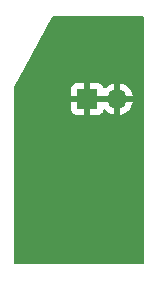
<source format=gbr>
%TF.GenerationSoftware,KiCad,Pcbnew,7.0.5*%
%TF.CreationDate,2023-10-15T18:06:00-04:00*%
%TF.ProjectId,Probe,50726f62-652e-46b6-9963-61645f706362,rev?*%
%TF.SameCoordinates,PX7270e00PY6a55ae0*%
%TF.FileFunction,Copper,L2,Bot*%
%TF.FilePolarity,Positive*%
%FSLAX46Y46*%
G04 Gerber Fmt 4.6, Leading zero omitted, Abs format (unit mm)*
G04 Created by KiCad (PCBNEW 7.0.5) date 2023-10-15 18:06:00*
%MOMM*%
%LPD*%
G01*
G04 APERTURE LIST*
%TA.AperFunction,ComponentPad*%
%ADD10R,1.700000X1.700000*%
%TD*%
%TA.AperFunction,ComponentPad*%
%ADD11O,1.700000X1.700000*%
%TD*%
G04 APERTURE END LIST*
D10*
%TO.P,J1,1,Pin_1*%
%TO.N,Net-(J1-Pin_1)*%
X6225000Y14000000D03*
D11*
%TO.P,J1,2,Pin_2*%
X8765000Y14000000D03*
%TD*%
%TA.AperFunction,Conductor*%
%TO.N,Net-(J1-Pin_1)*%
G36*
X8305507Y14209844D02*
G01*
X8265000Y14071889D01*
X8265000Y13928111D01*
X8305507Y13790156D01*
X8331314Y13750000D01*
X6658686Y13750000D01*
X6684493Y13790156D01*
X6725000Y13928111D01*
X6725000Y14071889D01*
X6684493Y14209844D01*
X6658686Y14250000D01*
X8331314Y14250000D01*
X8305507Y14209844D01*
G37*
%TD.AperFunction*%
%TA.AperFunction,Conductor*%
G36*
X10943039Y20980315D02*
G01*
X10988794Y20927511D01*
X11000000Y20876000D01*
X11000000Y124500D01*
X10980315Y57461D01*
X10927511Y11706D01*
X10876000Y500D01*
X124500Y500D01*
X57461Y20185D01*
X11706Y72989D01*
X500Y124500D01*
X500Y13102156D01*
X4875000Y13102156D01*
X4881401Y13042628D01*
X4881403Y13042621D01*
X4931645Y12907914D01*
X4931649Y12907907D01*
X5017809Y12792813D01*
X5017812Y12792810D01*
X5132906Y12706650D01*
X5132913Y12706646D01*
X5267620Y12656404D01*
X5267627Y12656402D01*
X5327155Y12650001D01*
X5327172Y12650000D01*
X5974999Y12650000D01*
X5974999Y13564499D01*
X6082685Y13515320D01*
X6189237Y13500000D01*
X6260763Y13500000D01*
X6367315Y13515320D01*
X6475000Y13564499D01*
X6475000Y12650000D01*
X7122828Y12650000D01*
X7122844Y12650001D01*
X7182372Y12656402D01*
X7182379Y12656404D01*
X7317086Y12706646D01*
X7317093Y12706650D01*
X7432187Y12792810D01*
X7432190Y12792813D01*
X7518350Y12907907D01*
X7518354Y12907914D01*
X7567614Y13039987D01*
X7609485Y13095921D01*
X7674949Y13120338D01*
X7743222Y13105487D01*
X7771477Y13084335D01*
X7893917Y12961895D01*
X8087421Y12826400D01*
X8301507Y12726571D01*
X8301516Y12726567D01*
X8514998Y12669365D01*
X8514999Y12669366D01*
X8514999Y13564499D01*
X8622685Y13515320D01*
X8729237Y13500000D01*
X8800763Y13500000D01*
X8907315Y13515320D01*
X9015000Y13564499D01*
X9015000Y12669367D01*
X9228483Y12726567D01*
X9228492Y12726571D01*
X9442578Y12826400D01*
X9636082Y12961895D01*
X9803105Y13128918D01*
X9938600Y13322422D01*
X10038429Y13536508D01*
X10038432Y13536514D01*
X10095636Y13750000D01*
X9198686Y13750000D01*
X9224493Y13790156D01*
X9265000Y13928111D01*
X9265000Y14071889D01*
X9224493Y14209844D01*
X9198686Y14250000D01*
X10095636Y14250000D01*
X10095635Y14250001D01*
X10038432Y14463487D01*
X10038429Y14463493D01*
X9938600Y14677578D01*
X9938599Y14677580D01*
X9803113Y14871074D01*
X9803108Y14871080D01*
X9636082Y15038106D01*
X9442578Y15173601D01*
X9228492Y15273430D01*
X9228486Y15273433D01*
X9015000Y15330636D01*
X9014999Y15330636D01*
X9014999Y14435502D01*
X8907315Y14484680D01*
X8800763Y14500000D01*
X8729237Y14500000D01*
X8622685Y14484680D01*
X8514999Y14435502D01*
X8514999Y15330636D01*
X8514998Y15330636D01*
X8301505Y15273430D01*
X8087422Y15173601D01*
X8087420Y15173600D01*
X7893926Y15038114D01*
X7771477Y14915665D01*
X7710154Y14882181D01*
X7640462Y14887165D01*
X7584529Y14929037D01*
X7567614Y14960014D01*
X7518354Y15092087D01*
X7518350Y15092094D01*
X7432190Y15207188D01*
X7432187Y15207191D01*
X7317093Y15293351D01*
X7317086Y15293355D01*
X7182379Y15343597D01*
X7182372Y15343599D01*
X7122844Y15350000D01*
X6475000Y15350000D01*
X6475000Y14435502D01*
X6367315Y14484680D01*
X6260763Y14500000D01*
X6189237Y14500000D01*
X6082685Y14484680D01*
X5974999Y14435502D01*
X5975000Y15350000D01*
X5327155Y15350000D01*
X5267627Y15343599D01*
X5267620Y15343597D01*
X5132913Y15293355D01*
X5132906Y15293351D01*
X5017812Y15207191D01*
X5017809Y15207188D01*
X4931649Y15092094D01*
X4931645Y15092087D01*
X4881403Y14957380D01*
X4881401Y14957373D01*
X4875000Y14897845D01*
X4875000Y14250000D01*
X5791314Y14250000D01*
X5765507Y14209844D01*
X5725000Y14071889D01*
X5725000Y13928111D01*
X5765507Y13790156D01*
X5791314Y13750000D01*
X4875000Y13750000D01*
X4875000Y13102156D01*
X500Y13102156D01*
X500Y14968254D01*
X15641Y15027632D01*
X21359Y15038114D01*
X924646Y16694142D01*
X3238049Y20935378D01*
X3287432Y20984805D01*
X3346908Y21000000D01*
X10876000Y21000000D01*
X10943039Y20980315D01*
G37*
%TD.AperFunction*%
%TD*%
M02*

</source>
